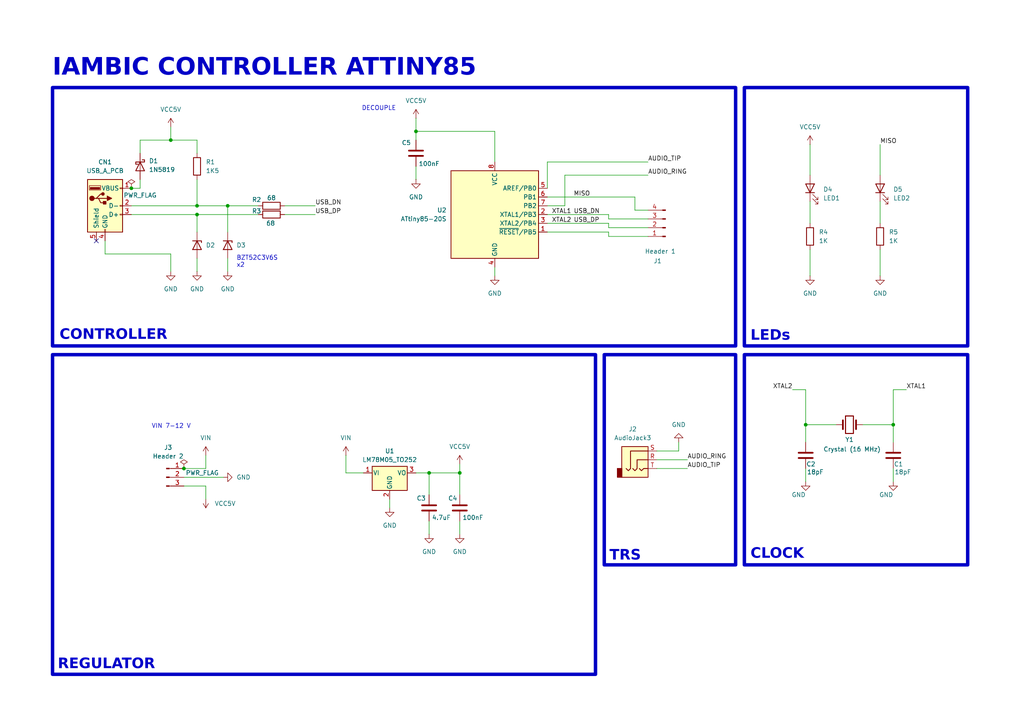
<source format=kicad_sch>
(kicad_sch (version 20250114) (generator "eeschema") (generator_version "9.0")
  (paper "A4")
  (title_block (title "Iambic Controller ATTINY85") (date "2025-12-10") (rev "1.0") (company "Dominic Streif"))
  (lib_symbols
    (symbol "Connector:Conn_01x03_Pin" (pin_names (offset 1.016) (hide yes))
      (property "Reference" "J" (at 0 5.08 0))
      (property "Value" "Conn_01x03_Pin" (at 0 -5.08 0))
      (symbol "Conn_01x03_Pin_1_1"
        (rectangle (start 0.8636 2.667) (end 0 2.413) (stroke (width 0.1524)) (fill (type outline)))
        (rectangle (start 0.8636 0.127) (end 0 -0.127) (stroke (width 0.1524)) (fill (type outline)))
        (rectangle (start 0.8636 -2.413) (end 0 -2.667) (stroke (width 0.1524)) (fill (type outline)))
        (polyline (pts (xy 1.27 2.54) (xy 0.8636 2.54)) (stroke (width 0.1524)))
        (polyline (pts (xy 1.27 0) (xy 0.8636 0)) (stroke (width 0.1524)))
        (polyline (pts (xy 1.27 -2.54) (xy 0.8636 -2.54)) (stroke (width 0.1524)))
        (pin passive line (at 5.08 2.54 180) (length 3.81) (name "Pin_1") (number "1"))
        (pin passive line (at 5.08 0 180) (length 3.81) (name "Pin_2") (number "2"))
        (pin passive line (at 5.08 -2.54 180) (length 3.81) (name "Pin_3") (number "3"))
      )
    )
    (symbol "Connector:Conn_01x04_Pin" (pin_names (offset 1.016) (hide yes))
      (property "Reference" "J" (at 0 5.08 0))
      (property "Value" "Conn_01x04_Pin" (at 0 -7.62 0))
      (symbol "Conn_01x04_Pin_1_1"
        (rectangle (start 0.8636 2.667) (end 0 2.413) (stroke (width 0.1524)) (fill (type outline)))
        (rectangle (start 0.8636 0.127) (end 0 -0.127) (stroke (width 0.1524)) (fill (type outline)))
        (rectangle (start 0.8636 -2.413) (end 0 -2.667) (stroke (width 0.1524)) (fill (type outline)))
        (rectangle (start 0.8636 -4.953) (end 0 -5.207) (stroke (width 0.1524)) (fill (type outline)))
        (polyline (pts (xy 1.27 2.54) (xy 0.8636 2.54)) (stroke (width 0.1524)))
        (polyline (pts (xy 1.27 0) (xy 0.8636 0)) (stroke (width 0.1524)))
        (polyline (pts (xy 1.27 -2.54) (xy 0.8636 -2.54)) (stroke (width 0.1524)))
        (polyline (pts (xy 1.27 -5.08) (xy 0.8636 -5.08)) (stroke (width 0.1524)))
        (pin passive line (at 5.08 2.54 180) (length 3.81) (name "Pin_1") (number "1"))
        (pin passive line (at 5.08 0 180) (length 3.81) (name "Pin_2") (number "2"))
        (pin passive line (at 5.08 -2.54 180) (length 3.81) (name "Pin_3") (number "3"))
        (pin passive line (at 5.08 -5.08 180) (length 3.81) (name "Pin_4") (number "4"))
      )
    )
    (symbol "Connector:USB_A" (pin_names (offset 1.016))
      (property "Reference" "J1" (at 0 12.7 0))
      (property "Value" "USB_A" (at 0 10.16 0))
      (symbol "USB_A_0_1"
        (rectangle (start -5.08 -7.62) (end 5.08 7.62) (stroke (width 0.254)) (fill (type background)))
        (circle (center -3.81 2.159) (radius 0.635) (stroke (width 0.254)) (fill (type outline)))
        (polyline (pts (xy -3.175 2.159) (xy -2.54 2.159) (xy -1.27 3.429) (xy -0.635 3.429)) (stroke (width 0.254)))
        (polyline (pts (xy -2.54 2.159) (xy -1.905 2.159) (xy -1.27 0.889) (xy 0 0.889)) (stroke (width 0.254)))
        (rectangle (start -1.524 4.826) (end -4.318 5.334) (fill (type outline)))
        (rectangle (start -1.27 4.572) (end -4.572 5.842))
        (circle (center -0.635 3.429) (radius 0.381) (stroke (width 0.254)) (fill (type outline)))
        (rectangle (start -0.127 -7.62) (end 0.127 -6.858))
        (rectangle (start 0.254 1.27) (end -0.508 0.508) (stroke (width 0.254)) (fill (type outline)))
        (polyline (pts (xy 0.635 2.794) (xy 0.635 1.524) (xy 1.905 2.159) (xy 0.635 2.794)) (stroke (width 0.254)) (fill (type outline)))
        (rectangle (start 5.08 4.953) (end 4.318 5.207))
        (rectangle (start 5.08 -0.127) (end 4.318 0.127))
        (rectangle (start 5.08 -2.667) (end 4.318 -2.413))
      )
      (symbol "USB_A_1_1"
        (polyline (pts (xy -1.905 2.159) (xy 0.635 2.159)) (stroke (width 0.254)))
        (pin passive line (at -2.54 -10.16 90) (length 2.54) (name "Shield") (number "5"))
        (pin power_in line (at 0 -10.16 90) (length 2.54) (name "GND") (number "4"))
        (pin power_in line (at 7.62 5.08 180) (length 2.54) (name "VBUS") (number "1"))
        (pin bidirectional line (at 7.62 0 180) (length 2.54) (name "D-") (number "2"))
        (pin bidirectional line (at 7.62 -2.54 180) (length 2.54) (name "D+") (number "3"))
      )
    )
    (symbol "Connector_Audio:AudioJack3"
      (property "Reference" "J" (at 0 8.89 0))
      (property "Value" "AudioJack3" (at 0 6.35 0))
      (symbol "AudioJack3_0_1"
        (rectangle (start -5.08 -5.08) (end -6.35 -2.54) (stroke (width 0.254)) (fill (type outline)))
        (polyline (pts (xy -1.905 -2.54) (xy -1.27 -3.175) (xy -0.635 -2.54) (xy -0.635 0) (xy 2.54 0)) (stroke (width 0.254)))
        (polyline (pts (xy 0 -2.54) (xy 0.635 -3.175) (xy 1.27 -2.54) (xy 2.54 -2.54)) (stroke (width 0.254)))
        (rectangle (start 2.54 3.81) (end -5.08 -5.08) (stroke (width 0.254)) (fill (type background)))
        (polyline (pts (xy 2.54 2.54) (xy -2.54 2.54) (xy -2.54 -2.54) (xy -3.175 -3.175) (xy -3.81 -2.54)) (stroke (width 0.254)))
      )
      (symbol "AudioJack3_1_1"
        (pin passive line (at 5.08 2.54 180) (length 2.54) (name "~") (number "S"))
        (pin passive line (at 5.08 0 180) (length 2.54) (name "~") (number "R"))
        (pin passive line (at 5.08 -2.54 180) (length 2.54) (name "~") (number "T"))
      )
    )
    (symbol "Device:C" (pin_numbers (hide yes)) (pin_names (offset 0.254))
      (property "Reference" "C" (at 0.635 2.54 0))
      (property "Value" "C" (at 0.635 -2.54 0))
      (symbol "C_0_1"
        (polyline (pts (xy -2.032 0.762) (xy 2.032 0.762)) (stroke (width 0.508)))
        (polyline (pts (xy -2.032 -0.762) (xy 2.032 -0.762)) (stroke (width 0.508)))
      )
      (symbol "C_1_1"
        (pin passive line (at 0 3.81 270) (length 2.794) (name "~") (number "1"))
        (pin passive line (at 0 -3.81 90) (length 2.794) (name "~") (number "2"))
      )
    )
    (symbol "Device:Crystal" (pin_numbers (hide yes)) (pin_names (offset 1.016) (hide yes))
      (property "Reference" "Y" (at 0 3.81 0))
      (property "Value" "Crystal" (at 0 -3.81 0))
      (symbol "Crystal_0_1"
        (polyline (pts (xy -2.54 0) (xy -1.905 0)))
        (polyline (pts (xy -1.905 -1.27) (xy -1.905 1.27)) (stroke (width 0.508)))
        (rectangle (start -1.143 2.54) (end 1.143 -2.54) (stroke (width 0.3048)))
        (polyline (pts (xy 1.905 -1.27) (xy 1.905 1.27)) (stroke (width 0.508)))
        (polyline (pts (xy 2.54 0) (xy 1.905 0)))
      )
      (symbol "Crystal_1_1"
        (pin passive line (at -3.81 0 0) (length 1.27) (name "1") (number "1"))
        (pin passive line (at 3.81 0 180) (length 1.27) (name "2") (number "2"))
      )
    )
    (symbol "Device:D_Schottky" (pin_numbers (hide yes)) (pin_names (offset 1.016) (hide yes))
      (property "Reference" "D" (at 0 2.54 0))
      (property "Value" "D_Schottky" (at 0 -2.54 0))
      (symbol "D_Schottky_0_1"
        (polyline (pts (xy -1.905 0.635) (xy -1.905 1.27) (xy -1.27 1.27) (xy -1.27 -1.27) (xy -0.635 -1.27) (xy -0.635 -0.635)) (stroke (width 0.254)))
        (polyline (pts (xy 1.27 1.27) (xy 1.27 -1.27) (xy -1.27 0) (xy 1.27 1.27)) (stroke (width 0.254)))
        (polyline (pts (xy 1.27 0) (xy -1.27 0)))
      )
      (symbol "D_Schottky_1_1"
        (pin passive line (at -3.81 0 0) (length 2.54) (name "K") (number "1"))
        (pin passive line (at 3.81 0 180) (length 2.54) (name "A") (number "2"))
      )
    )
    (symbol "Device:D_Zener" (pin_numbers (hide yes)) (pin_names (offset 1.016) (hide yes))
      (property "Reference" "D" (at 0 2.54 0))
      (property "Value" "D_Zener" (at 0 -2.54 0))
      (symbol "D_Zener_0_1"
        (polyline (pts (xy -1.27 -1.27) (xy -1.27 1.27) (xy -0.762 1.27)) (stroke (width 0.254)))
        (polyline (pts (xy 1.27 0) (xy -1.27 0)))
        (polyline (pts (xy 1.27 -1.27) (xy 1.27 1.27) (xy -1.27 0) (xy 1.27 -1.27)) (stroke (width 0.254)))
      )
      (symbol "D_Zener_1_1"
        (pin passive line (at -3.81 0 0) (length 2.54) (name "K") (number "1"))
        (pin passive line (at 3.81 0 180) (length 2.54) (name "A") (number "2"))
      )
    )
    (symbol "Device:LED" (pin_numbers (hide yes)) (pin_names (offset 1.016) (hide yes))
      (property "Reference" "D" (at 0 2.54 0))
      (property "Value" "LED" (at 0 -2.54 0))
      (symbol "LED_0_1"
        (polyline (pts (xy -3.048 -0.762) (xy -4.572 -2.286) (xy -3.81 -2.286) (xy -4.572 -2.286) (xy -4.572 -1.524)))
        (polyline (pts (xy -1.778 -0.762) (xy -3.302 -2.286) (xy -2.54 -2.286) (xy -3.302 -2.286) (xy -3.302 -1.524)))
        (polyline (pts (xy -1.27 0) (xy 1.27 0)))
        (polyline (pts (xy -1.27 -1.27) (xy -1.27 1.27)) (stroke (width 0.254)))
        (polyline (pts (xy 1.27 -1.27) (xy 1.27 1.27) (xy -1.27 0) (xy 1.27 -1.27)) (stroke (width 0.254)))
      )
      (symbol "LED_1_1"
        (pin passive line (at -3.81 0 0) (length 2.54) (name "K") (number "1"))
        (pin passive line (at 3.81 0 180) (length 2.54) (name "A") (number "2"))
      )
    )
    (symbol "Device:R" (pin_numbers (hide yes)) (pin_names (offset 0))
      (property "Reference" "R" (at 2.032 0 90))
      (property "Value" "R" (at 0 0 90))
      (symbol "R_0_1"
        (rectangle (start -1.016 -2.54) (end 1.016 2.54) (stroke (width 0.254)))
      )
      (symbol "R_1_1"
        (pin passive line (at 0 3.81 270) (length 1.27) (name "~") (number "1"))
        (pin passive line (at 0 -3.81 90) (length 1.27) (name "~") (number "2"))
      )
    )
    (symbol "MCU_Microchip_ATtiny:ATtiny85-20S"
      (property "Reference" "U" (at -12.7 13.97 0))
      (property "Value" "ATtiny85-20S" (at 2.54 -13.97 0))
      (symbol "ATtiny85-20S_0_1"
        (rectangle (start -12.7 -12.7) (end 12.7 12.7) (stroke (width 0.254)) (fill (type background)))
      )
      (symbol "ATtiny85-20S_1_1"
        (pin power_in line (at 0 15.24 270) (length 2.54) (name "VCC") (number "8"))
        (pin power_in line (at 0 -15.24 90) (length 2.54) (name "GND") (number "4"))
        (pin bidirectional line (at 15.24 7.62 180) (length 2.54) (name "AREF/PB0") (number "5"))
        (pin bidirectional line (at 15.24 5.08 180) (length 2.54) (name "PB1") (number "6"))
        (pin bidirectional line (at 15.24 2.54 180) (length 2.54) (name "PB2") (number "7"))
        (pin bidirectional line (at 15.24 0 180) (length 2.54) (name "XTAL1/PB3") (number "2"))
        (pin bidirectional line (at 15.24 -2.54 180) (length 2.54) (name "XTAL2/PB4") (number "3"))
        (pin bidirectional line (at 15.24 -5.08 180) (length 2.54) (name "~{RESET}/PB5") (number "1"))
      )
    )
    (symbol "Regulator_Linear:LM78M05_TO252" (pin_names (offset 0.254))
      (property "Reference" "U" (at -3.81 3.175 0))
      (property "Value" "LM78M05_TO252" (at 0 3.175 0))
      (symbol "LM78M05_TO252_0_1"
        (rectangle (start -5.08 1.905) (end 5.08 -5.08) (stroke (width 0.254)) (fill (type background)))
      )
      (symbol "LM78M05_TO252_1_1"
        (pin power_in line (at -7.62 0 0) (length 2.54) (name "VI") (number "1"))
        (pin power_in line (at 0 -7.62 90) (length 2.54) (name "GND") (number "2"))
        (pin power_out line (at 7.62 0 180) (length 2.54) (name "VO") (number "3"))
      )
    )
    (symbol "power:GND" (power) (pin_numbers (hide yes)) (pin_names (offset 0) (hide yes))
      (property "Value" "GND" (at 0 -3.81 0))
      (symbol "GND_0_1"
        (polyline (pts (xy 0 0) (xy 0 -1.27) (xy 1.27 -1.27) (xy 0 -2.54) (xy -1.27 -1.27) (xy 0 -1.27)))
      )
      (symbol "GND_1_1"
        (pin power_in line (at 0 0 270) (length 0) (name "~") (number "1"))
      )
    )
    (symbol "power:PWR_FLAG" (power) (pin_numbers (hide yes)) (pin_names (offset 0) (hide yes))
      (property "Value" "PWR_FLAG" (at 0 3.81 0))
      (symbol "PWR_FLAG_0_0"
        (pin power_out line (at 0 0 90) (length 0) (name "~") (number "1"))
      )
      (symbol "PWR_FLAG_0_1"
        (polyline (pts (xy 0 0) (xy 0 1.27) (xy -1.016 1.905) (xy 0 2.54) (xy 1.016 1.905) (xy 0 1.27)))
      )
    )
    (symbol "power:VCC" (power) (pin_numbers (hide yes)) (pin_names (offset 0) (hide yes))
      (property "Value" "VCC" (at 0 3.556 0))
      (symbol "VCC_0_1"
        (polyline (pts (xy -0.762 1.27) (xy 0 2.54)))
        (polyline (pts (xy 0 2.54) (xy 0.762 1.27)))
        (polyline (pts (xy 0 0) (xy 0 2.54)))
      )
      (symbol "VCC_1_1"
        (pin power_in line (at 0 0 90) (length 0) (name "~") (number "1"))
      )
    )
  )
  (rectangle (start 215.9 102.87) (end 280.67 163.83) (stroke (width 1)))
  (rectangle (start 175.26 102.87) (end 213.36 163.83) (stroke (width 1)))
  (rectangle (start 215.9 25.4) (end 280.67 100.33) (stroke (width 1)))
  (rectangle (start 15.24 102.87) (end 172.72 195.58) (stroke (width 1)))
  (rectangle (start 15.24 25.4) (end 213.36 100.33) (stroke (width 1)))
  (text "TRS" (at 176.784 162.052 0) (effects (font (size 3 3) (thickness 0.254) (bold yes)) (justify left)))
  (text "BZT52C3V6S\nx2" (at 68.58 75.946 0) (effects (font (size 1.27 1.27)) (justify left)))
  (text "IAMBIC CONTROLLER ATTINY85" (at 15.24 21.082 0) (effects (font (size 5 5) (thickness 0.254) (bold yes)) (justify left)))
  (text "LEDs" (at 217.678 98.298 0) (effects (font (size 3 3) (thickness 0.254) (bold yes)) (justify left)))
  (text "CLOCK" (at 217.678 161.544 0) (effects (font (size 3 3) (thickness 0.254) (bold yes)) (justify left)))
  (text "REGULATOR" (at 16.764 193.548 0) (effects (font (size 3 3) (thickness 0.254) (bold yes)) (justify left)))
  (text "DECOUPLE" (at 104.902 31.496 0) (effects (font (size 1.27 1.27)) (justify left)))
  (text "CONTROLLER" (at 17.272 98.044 0) (effects (font (size 3 3) (thickness 0.254) (bold yes)) (justify left)))
  (text "VIN 7-12 V" (at 43.942 123.698 0) (effects (font (size 1.27 1.27)) (justify left)))
  (junction (at 57.15 59.69))
  (junction (at 66.04 59.69))
  (junction (at 124.46 137.16))
  (junction (at 259.08 123.19))
  (junction (at 233.68 123.19))
  (junction (at 38.1 54.61))
  (junction (at 53.34 135.89))
  (junction (at 57.15 62.23))
  (junction (at 133.35 137.16))
  (junction (at 49.53 40.64))
  (junction (at 120.65 38.1))
  (no_connect (at 27.94 69.85))
  (wire (pts (xy 158.75 62.23) (xy 176.53 62.23)))
  (wire (pts (xy 158.75 46.99) (xy 187.96 46.99)))
  (wire (pts (xy 184.15 60.96) (xy 187.96 60.96)))
  (wire (pts (xy 233.68 123.19) (xy 233.68 128.27)))
  (wire (pts (xy 259.08 113.03) (xy 259.08 123.19)))
  (wire (pts (xy 100.33 132.08) (xy 100.33 137.16)))
  (wire (pts (xy 190.5 133.35) (xy 199.39 133.35)))
  (wire (pts (xy 176.53 67.31) (xy 176.53 68.58)))
  (wire (pts (xy 120.65 34.29) (xy 120.65 38.1)))
  (wire (pts (xy 242.57 123.19) (xy 233.68 123.19)))
  (wire (pts (xy 233.68 135.89) (xy 233.68 139.7)))
  (wire (pts (xy 30.48 73.66) (xy 49.53 73.66)))
  (wire (pts (xy 133.35 137.16) (xy 133.35 143.51)))
  (wire (pts (xy 82.55 59.69) (xy 91.44 59.69)))
  (wire (pts (xy 120.65 38.1) (xy 120.65 40.64)))
  (wire (pts (xy 53.34 140.97) (xy 59.69 140.97)))
  (wire (pts (xy 176.53 66.04) (xy 187.96 66.04)))
  (wire (pts (xy 40.64 52.07) (xy 40.64 54.61)))
  (wire (pts (xy 66.04 59.69) (xy 74.93 59.69)))
  (wire (pts (xy 49.53 40.64) (xy 57.15 40.64)))
  (wire (pts (xy 133.35 134.62) (xy 133.35 137.16)))
  (wire (pts (xy 190.5 135.89) (xy 199.39 135.89)))
  (wire (pts (xy 59.69 132.08) (xy 59.69 135.89)))
  (wire (pts (xy 255.27 41.91) (xy 255.27 50.8)))
  (wire (pts (xy 176.53 62.23) (xy 176.53 63.5)))
  (wire (pts (xy 105.41 137.16) (xy 100.33 137.16)))
  (wire (pts (xy 158.75 57.15) (xy 184.15 57.15)))
  (wire (pts (xy 120.65 137.16) (xy 124.46 137.16)))
  (wire (pts (xy 30.48 69.85) (xy 30.48 73.66)))
  (wire (pts (xy 158.75 64.77) (xy 176.53 64.77)))
  (wire (pts (xy 53.34 135.89) (xy 59.69 135.89)))
  (wire (pts (xy 133.35 151.13) (xy 133.35 154.94)))
  (wire (pts (xy 59.69 140.97) (xy 59.69 144.78)))
  (wire (pts (xy 57.15 52.07) (xy 57.15 59.69)))
  (wire (pts (xy 190.5 130.81) (xy 196.85 130.81)))
  (wire (pts (xy 120.65 48.26) (xy 120.65 52.07)))
  (wire (pts (xy 163.83 59.69) (xy 163.83 50.8)))
  (wire (pts (xy 233.68 113.03) (xy 233.68 123.19)))
  (wire (pts (xy 255.27 58.42) (xy 255.27 64.77)))
  (wire (pts (xy 255.27 72.39) (xy 255.27 80.01)))
  (wire (pts (xy 176.53 68.58) (xy 187.96 68.58)))
  (wire (pts (xy 196.85 130.81) (xy 196.85 128.27)))
  (wire (pts (xy 259.08 113.03) (xy 262.89 113.03)))
  (wire (pts (xy 57.15 59.69) (xy 66.04 59.69)))
  (wire (pts (xy 113.03 144.78) (xy 113.03 147.32)))
  (wire (pts (xy 184.15 60.96) (xy 184.15 57.15)))
  (wire (pts (xy 163.83 50.8) (xy 187.96 50.8)))
  (wire (pts (xy 57.15 62.23) (xy 74.93 62.23)))
  (wire (pts (xy 49.53 73.66) (xy 49.53 78.74)))
  (wire (pts (xy 158.75 59.69) (xy 163.83 59.69)))
  (wire (pts (xy 176.53 63.5) (xy 187.96 63.5)))
  (wire (pts (xy 158.75 67.31) (xy 176.53 67.31)))
  (wire (pts (xy 234.95 72.39) (xy 234.95 80.01)))
  (wire (pts (xy 53.34 138.43) (xy 64.77 138.43)))
  (wire (pts (xy 38.1 54.61) (xy 40.64 54.61)))
  (wire (pts (xy 124.46 137.16) (xy 133.35 137.16)))
  (wire (pts (xy 158.75 54.61) (xy 158.75 46.99)))
  (wire (pts (xy 259.08 123.19) (xy 259.08 128.27)))
  (wire (pts (xy 124.46 137.16) (xy 124.46 143.51)))
  (wire (pts (xy 82.55 62.23) (xy 91.44 62.23)))
  (wire (pts (xy 57.15 74.93) (xy 57.15 78.74)))
  (wire (pts (xy 176.53 64.77) (xy 176.53 66.04)))
  (wire (pts (xy 234.95 41.91) (xy 234.95 50.8)))
  (wire (pts (xy 259.08 135.89) (xy 259.08 139.7)))
  (wire (pts (xy 49.53 36.83) (xy 49.53 40.64)))
  (wire (pts (xy 143.51 38.1) (xy 143.51 46.99)))
  (wire (pts (xy 57.15 62.23) (xy 57.15 67.31)))
  (wire (pts (xy 143.51 38.1) (xy 120.65 38.1)))
  (wire (pts (xy 143.51 77.47) (xy 143.51 80.01)))
  (wire (pts (xy 229.87 113.03) (xy 233.68 113.03)))
  (wire (pts (xy 57.15 40.64) (xy 57.15 44.45)))
  (wire (pts (xy 40.64 44.45) (xy 40.64 40.64)))
  (wire (pts (xy 38.1 59.69) (xy 57.15 59.69)))
  (wire (pts (xy 66.04 74.93) (xy 66.04 78.74)))
  (wire (pts (xy 124.46 151.13) (xy 124.46 154.94)))
  (wire (pts (xy 38.1 62.23) (xy 57.15 62.23)))
  (wire (pts (xy 234.95 58.42) (xy 234.95 64.77)))
  (wire (pts (xy 40.64 40.64) (xy 49.53 40.64)))
  (wire (pts (xy 250.19 123.19) (xy 259.08 123.19)))
  (wire (pts (xy 66.04 59.69) (xy 66.04 67.31)))
  (label "XTAL1" (at 262.89 113.03 0))
  (label "XTAL1" (at 160.02 62.23 0) (effects (font (thickness 0.1588))))
  (label "AUDIO_RING" (at 199.39 133.35 0))
  (label "XTAL2" (at 160.02 64.77 0) (effects (font (thickness 0.1588))))
  (label "USB_DP" (at 91.44 62.23 0))
  (label "XTAL2" (at 229.87 113.03 180))
  (label "AUDIO_TIP" (at 199.39 135.89 0))
  (label "USB_DN" (at 91.44 59.69 0))
  (label "USB_DP" (at 166.37 64.77 0))
  (label "USB_DN" (at 166.37 62.23 0) (effects (font (thickness 0.1588))))
  (label "MISO" (at 255.27 41.91 0))
  (label "MISO" (at 166.37 57.15 0) (effects (font (thickness 0.1588))))
  (label "AUDIO_RING" (at 187.96 50.8 0))
  (label "AUDIO_TIP" (at 187.96 46.99 0))
  (symbol (lib_id "power:GND") (at 196.85 128.27 180) (unit 1)
    (property "Reference" "#PWR08" (effects (hide yes)))
    (property "Value" "GND" (at 196.85 123.19 0))
    (property "Description" "Power symbol creates a global label with name \"GND\" , ground" (effects (hide yes)))
  )
  (symbol (lib_id "power:GND") (at 234.95 80.01 0) (unit 1)
    (property "Reference" "#PWR010" (effects (hide yes)))
    (property "Value" "GND" (at 234.95 85.09 0))
    (property "Description" "Power symbol creates a global label with name \"GND\" , ground" (effects (hide yes)))
  )
  (symbol (lib_id "power:GND") (at 133.35 154.94 0) (unit 1)
    (property "Reference" "#PWR020" (effects (hide yes)))
    (property "Value" "GND" (at 133.35 160.02 0))
    (property "Description" "Power symbol creates a global label with name \"GND\" , ground" (effects (hide yes)))
  )
  (symbol (lib_id "power:VCC") (at 133.35 134.62 0) (unit 1)
    (property "Reference" "#PWR021" (effects (hide yes)))
    (property "Value" "VCC5V" (at 133.35 129.54 0))
    (property "Description" "Power symbol creates a global label with name \"VCC\"" (effects (hide yes)))
  )
  (symbol (lib_id "Device:C") (at 233.68 132.08 0) (unit 1)
    (property "Reference" "C2" (at 235.204 134.62 0))
    (property "Value" "18pF" (at 236.474 136.906 0))
    (property "Footprint" "Capacitor_SMD:C_0603_1608Metric" (effects (hide yes)))
    (property "Description" "Unpolarized capacitor" (effects (hide yes)))
  )
  (symbol (lib_id "Connector_Audio:AudioJack3") (at 185.42 133.35 0) (unit 1)
    (property "Reference" "J2" (at 183.515 124.46 0))
    (property "Value" "AudioJack3" (at 183.515 127 0))
    (property "Footprint" "Connector_Audio:Jack_3.5mm_CUI_SJ1-3513N_Horizontal" (effects (hide yes)))
    (property "Description" "Audio Jack, 3 Poles (Stereo / TRS)" (effects (hide yes)))
  )
  (symbol (lib_id "power:GND") (at 124.46 154.94 0) (unit 1)
    (property "Reference" "#PWR019" (effects (hide yes)))
    (property "Value" "GND" (at 124.46 160.02 0))
    (property "Description" "Power symbol creates a global label with name \"GND\" , ground" (effects (hide yes)))
  )
  (symbol (lib_id "power:VCC") (at 49.53 36.83 0) (unit 1)
    (property "Reference" "#PWR04" (effects (hide yes)))
    (property "Value" "VCC5V" (at 49.53 31.75 0))
    (property "Description" "Power symbol creates a global label with name \"VCC\"" (effects (hide yes)))
  )
  (symbol (lib_id "power:VCC") (at 234.95 41.91 0) (unit 1)
    (property "Reference" "#PWR012" (effects (hide yes)))
    (property "Value" "VCC5V" (at 234.95 36.83 0))
    (property "Description" "Power symbol creates a global label with name \"VCC\"" (effects (hide yes)))
  )
  (symbol (lib_id "Device:C") (at 259.08 132.08 0) (unit 1)
    (property "Reference" "C1" (at 260.604 134.62 0))
    (property "Value" "18pF" (at 261.874 136.906 0))
    (property "Footprint" "Capacitor_SMD:C_0603_1608Metric" (effects (hide yes)))
    (property "Description" "Unpolarized capacitor" (effects (hide yes)))
  )
  (symbol (lib_id "power:VCC") (at 100.33 132.08 0) (unit 1)
    (property "Reference" "#PWR017" (effects (hide yes)))
    (property "Value" "VIN" (at 100.33 127 0))
    (property "Description" "Power symbol creates a global label with name \"VCC\"" (effects (hide yes)))
  )
  (symbol (lib_id "Device:C") (at 120.65 44.45 180) (unit 1)
    (property "Reference" "C5" (at 117.856 41.402 0))
    (property "Value" "100nF" (at 124.46 47.498 0))
    (property "Footprint" "Capacitor_SMD:C_0603_1608Metric" (effects (hide yes)))
    (property "Description" "Unpolarized capacitor" (effects (hide yes)))
  )
  (symbol (lib_id "power:VCC") (at 59.69 132.08 0) (unit 1)
    (property "Reference" "#PWR014" (effects (hide yes)))
    (property "Value" "VIN" (at 59.69 127 0))
    (property "Description" "Power symbol creates a global label with name \"VCC\"" (effects (hide yes)))
  )
  (symbol (lib_id "Device:C") (at 133.35 147.32 0) (unit 1)
    (property "Reference" "C4" (at 131.318 144.526 0))
    (property "Value" "100nF" (at 137.16 150.114 0))
    (property "Footprint" "Capacitor_SMD:C_0603_1608Metric" (effects (hide yes)))
    (property "Description" "Unpolarized capacitor" (effects (hide yes)))
  )
  (symbol (lib_id "power:GND") (at 49.53 78.74 0) (unit 1)
    (property "Reference" "#PWR03" (effects (hide yes)))
    (property "Value" "GND" (at 49.53 83.82 0))
    (property "Description" "Power symbol creates a global label with name \"GND\" , ground" (effects (hide yes)))
  )
  (symbol (lib_id "power:GND") (at 233.68 139.7 0) (unit 1)
    (property "Reference" "#PWR09" (effects (hide yes)))
    (property "Value" "GND" (at 233.6801 143.51 0) (effects (justify right)))
    (property "Description" "Power symbol creates a global label with name \"GND\" , ground" (effects (hide yes)))
  )
  (symbol (lib_id "power:GND") (at 64.77 138.43 90) (unit 1)
    (property "Reference" "#PWR015" (effects (hide yes)))
    (property "Value" "GND" (at 68.58 138.4299 90) (effects (justify right)))
    (property "Description" "Power symbol creates a global label with name \"GND\" , ground" (effects (hide yes)))
  )
  (symbol (lib_id "Device:C") (at 124.46 147.32 180) (unit 1)
    (property "Reference" "C3" (at 122.174 144.526 0))
    (property "Value" "4.7uF" (at 128.016 150.114 0))
    (property "Footprint" "Capacitor_SMD:C_0603_1608Metric" (effects (hide yes)))
    (property "Description" "Unpolarized capacitor" (effects (hide yes)))
  )
  (symbol (lib_id "Device:LED") (at 234.95 54.61 90) (unit 1)
    (property "Reference" "D4" (at 238.76 54.9274 90) (effects (justify right)))
    (property "Value" "LED1" (at 238.76 57.4674 90) (effects (justify right)))
    (property "Footprint" "LED_SMD:LED_0201_0603Metric" (effects (hide yes)))
    (property "Description" "Light emitting diode" (effects (hide yes)))
    (property "Sim.Pins" "1=K 2=A" (effects (hide yes)))
  )
  (symbol (lib_id "power:VCC") (at 120.65 34.29 0) (unit 1)
    (property "Reference" "#PWR01" (effects (hide yes)))
    (property "Value" "VCC5V" (at 120.65 29.21 0))
    (property "Description" "Power symbol creates a global label with name \"VCC\"" (effects (hide yes)))
  )
  (symbol (lib_id "Device:R") (at 234.95 68.58 0) (unit 1)
    (property "Reference" "R4" (at 237.49 67.3099 0) (effects (justify left)))
    (property "Value" "1K" (at 237.49 69.8499 0) (effects (justify left)))
    (property "Footprint" "Resistor_SMD:R_0201_0603Metric" (effects (hide yes)))
    (property "Description" "Resistor" (effects (hide yes)))
  )
  (symbol (lib_id "Device:D_Schottky") (at 40.64 48.26 270) (unit 1)
    (property "Reference" "D1" (at 43.18 46.6724 90) (effects (justify left)))
    (property "Value" "1N5819" (at 43.18 49.2124 90) (effects (justify left)))
    (property "Footprint" "Diode_SMD:D_0201_0603Metric" (effects (hide yes)))
    (property "Description" "Schottky diode" (effects (hide yes)))
  )
  (symbol (lib_id "power:GND") (at 57.15 78.74 0) (unit 1)
    (property "Reference" "#PWR05" (effects (hide yes)))
    (property "Value" "GND" (at 57.15 83.82 0))
    (property "Description" "Power symbol creates a global label with name \"GND\" , ground" (effects (hide yes)))
  )
  (symbol (lib_id "power:GND") (at 113.03 147.32 0) (unit 1)
    (property "Reference" "#PWR018" (effects (hide yes)))
    (property "Value" "GND" (at 113.03 152.4 0))
    (property "Description" "Power symbol creates a global label with name \"GND\" , ground" (effects (hide yes)))
  )
  (symbol (lib_id "Device:Crystal") (at 246.38 123.19 180) (unit 1)
    (property "Reference" "Y1" (at 246.38 127.508 0))
    (property "Value" "Crystal (16 MHz)" (at 247.142 130.302 0))
    (property "Footprint" "Crystal:Crystal_SMD_3215-2Pin_3.2x1.5mm" (effects (hide yes)))
    (property "Description" "Two pin crystal" (effects (hide yes)))
  )
  (symbol (lib_id "power:GND") (at 143.51 80.01 0) (unit 1)
    (property "Reference" "#PWR07" (effects (hide yes)))
    (property "Value" "GND" (at 143.51 85.09 0))
    (property "Description" "Power symbol creates a global label with name \"GND\" , ground" (effects (hide yes)))
  )
  (symbol (lib_id "power:VCC") (at 59.69 144.78 180) (unit 1)
    (property "Reference" "#PWR016" (effects (hide yes)))
    (property "Value" "VCC5V" (at 62.23 146.0499 0) (effects (justify right)))
    (property "Description" "Power symbol creates a global label with name \"VCC\"" (effects (hide yes)))
  )
  (symbol (lib_id "power:PWR_FLAG") (at 38.1 54.61 0) (unit 1)
    (property "Reference" "#FLG01" (effects (hide yes)))
    (property "Value" "PWR_FLAG" (at 40.64 56.642 0))
    (property "Description" "Special symbol for telling ERC where power comes from" (effects (hide yes)))
  )
  (symbol (lib_id "Device:R") (at 57.15 48.26 0) (unit 1)
    (property "Reference" "R1" (at 59.69 46.9899 0) (effects (justify left)))
    (property "Value" "1K5" (at 59.69 49.5299 0) (effects (justify left)))
    (property "Footprint" "Resistor_SMD:R_0201_0603Metric" (effects (hide yes)))
    (property "Description" "Resistor" (effects (hide yes)))
  )
  (symbol (lib_id "power:PWR_FLAG") (at 53.34 135.89 0) (unit 1)
    (property "Reference" "#FLG02" (effects (hide yes)))
    (property "Value" "PWR_FLAG" (at 58.674 137.16 0))
    (property "Description" "Special symbol for telling ERC where power comes from" (effects (hide yes)))
  )
  (symbol (lib_id "Connector:USB_A") (at 30.48 59.69 0) (unit 1)
    (property "Reference" "CN1" (at 30.48 46.99 0))
    (property "Value" "USB_A_PCB" (at 30.48 49.53 0))
    (property "Footprint" "Connector_USB:USB_A_Connfly_DS1098_Horizontal" (effects (hide yes)))
    (property "Description" "USB Type A connector" (effects (hide yes)))
  )
  (symbol (lib_id "power:GND") (at 259.08 139.7 0) (unit 1)
    (property "Reference" "#PWR02" (effects (hide yes)))
    (property "Value" "GND" (at 259.0801 143.51 0) (effects (justify right)))
    (property "Description" "Power symbol creates a global label with name \"GND\" , ground" (effects (hide yes)))
  )
  (symbol (lib_id "MCU_Microchip_ATtiny:ATtiny85-20S") (at 143.51 62.23 0) (unit 1)
    (property "Reference" "U2" (at 129.54 60.9599 0) (effects (justify right)))
    (property "Value" "ATtiny85-20S" (at 129.54 63.4999 0) (effects (justify right)))
    (property "Footprint" "Package_SO:SOIC-8_5.3x5.3mm_P1.27mm" (effects (hide yes)))
    (property "Datasheet" "http://ww1.microchip.com/downloads/en/DeviceDoc/atmel-2586-avr-8-bit-microcontroller-attiny25-attiny45-attiny85_datasheet.pdf" (effects (hide yes)))
    (property "Description" "20MHz, 8kB Flash, 512B SRAM, 512B EEPROM, debugWIRE, SOIC-8" (effects (hide yes)))
  )
  (symbol (lib_id "Device:R") (at 255.27 68.58 0) (unit 1)
    (property "Reference" "R5" (at 257.81 67.3099 0) (effects (justify left)))
    (property "Value" "1K" (at 257.81 69.8499 0) (effects (justify left)))
    (property "Footprint" "Resistor_SMD:R_0201_0603Metric" (effects (hide yes)))
    (property "Description" "Resistor" (effects (hide yes)))
  )
  (symbol (lib_id "power:GND") (at 120.65 52.07 0) (unit 1)
    (property "Reference" "#PWR013" (effects (hide yes)))
    (property "Value" "GND" (at 120.65 57.15 0))
    (property "Description" "Power symbol creates a global label with name \"GND\" , ground" (effects (hide yes)))
  )
  (symbol (lib_id "Device:D_Zener") (at 57.15 71.12 270) (unit 1)
    (property "Reference" "D2" (at 59.69 71.1199 90) (effects (justify left)))
    (property "Footprint" "Diode_SMD:D_0201_0603Metric" (effects (hide yes)))
    (property "Description" "Zener diode" (effects (hide yes)))
  )
  (symbol (lib_id "Regulator_Linear:LM78M05_TO252") (at 113.03 137.16 0) (unit 1)
    (property "Reference" "U1" (at 113.03 130.81 0))
    (property "Value" "LM78M05_TO252" (at 113.03 133.35 0))
    (property "Footprint" "Package_TO_SOT_SMD:TO-252-2" (effects (hide yes)))
    (property "Datasheet" "https://www.onsemi.com/pub/Collateral/MC78M00-D.PDF" (effects (hide yes)))
    (property "Description" "Positive 500mA 35V Linear Regulator, Fixed Output 5V, TO-252 (D-PAK)" (effects (hide yes)))
  )
  (symbol (lib_id "Device:R") (at 78.74 59.69 90) (unit 1)
    (property "Reference" "R2" (at 74.422 57.912 90))
    (property "Value" "68" (at 78.74 57.404 90))
    (property "Footprint" "Resistor_SMD:R_0201_0603Metric" (effects (hide yes)))
    (property "Description" "Resistor" (effects (hide yes)))
  )
  (symbol (lib_id "power:GND") (at 255.27 80.01 0) (unit 1)
    (property "Reference" "#PWR011" (effects (hide yes)))
    (property "Value" "GND" (at 255.27 85.09 0))
    (property "Description" "Power symbol creates a global label with name \"GND\" , ground" (effects (hide yes)))
  )
  (symbol (lib_id "power:GND") (at 66.04 78.74 0) (unit 1)
    (property "Reference" "#PWR06" (effects (hide yes)))
    (property "Value" "GND" (at 66.04 83.82 0))
    (property "Description" "Power symbol creates a global label with name \"GND\" , ground" (effects (hide yes)))
  )
  (symbol (lib_id "Connector:Conn_01x03_Pin") (at 48.26 138.43 0) (unit 1)
    (property "Reference" "J3" (at 48.768 129.794 0))
    (property "Value" "Header 2" (at 48.768 132.334 0))
    (property "Footprint" "Connector_PinHeader_2.54mm:PinHeader_1x03_P2.54mm_Vertical" (effects (hide yes)))
    (property "Description" "Generic connector, single row, 01x03, script generated" (effects (hide yes)))
  )
  (symbol (lib_id "Device:D_Zener") (at 66.04 71.12 270) (unit 1)
    (property "Reference" "D3" (at 68.58 71.1199 90) (effects (justify left)))
    (property "Footprint" "Diode_SMD:D_0201_0603Metric" (effects (hide yes)))
    (property "Description" "Zener diode" (effects (hide yes)))
  )
  (symbol (lib_id "Device:LED") (at 255.27 54.61 90) (unit 1)
    (property "Reference" "D5" (at 259.08 54.9274 90) (effects (justify right)))
    (property "Value" "LED2" (at 259.08 57.4674 90) (effects (justify right)))
    (property "Footprint" "LED_SMD:LED_0201_0603Metric" (effects (hide yes)))
    (property "Description" "Light emitting diode" (effects (hide yes)))
    (property "Sim.Pins" "1=K 2=A" (effects (hide yes)))
  )
  (symbol (lib_id "Connector:Conn_01x04_Pin") (at 193.04 66.04 180) (unit 1)
    (property "Reference" "J1" (at 190.754 75.692 0))
    (property "Value" "Header 1" (at 191.516 72.898 0))
    (property "Footprint" "Connector_PinHeader_2.54mm:PinHeader_1x04_P2.54mm_Vertical" (effects (hide yes)))
    (property "Description" "Generic connector, single row, 01x04, script generated" (effects (hide yes)))
  )
  (symbol (lib_id "Device:R") (at 78.74 62.23 90) (unit 1)
    (property "Reference" "R3" (at 74.422 61.214 90))
    (property "Value" "68" (at 78.486 64.77 90))
    (property "Footprint" "Resistor_SMD:R_0201_0603Metric" (effects (hide yes)))
    (property "Description" "Resistor" (effects (hide yes)))
  )
)
</source>
